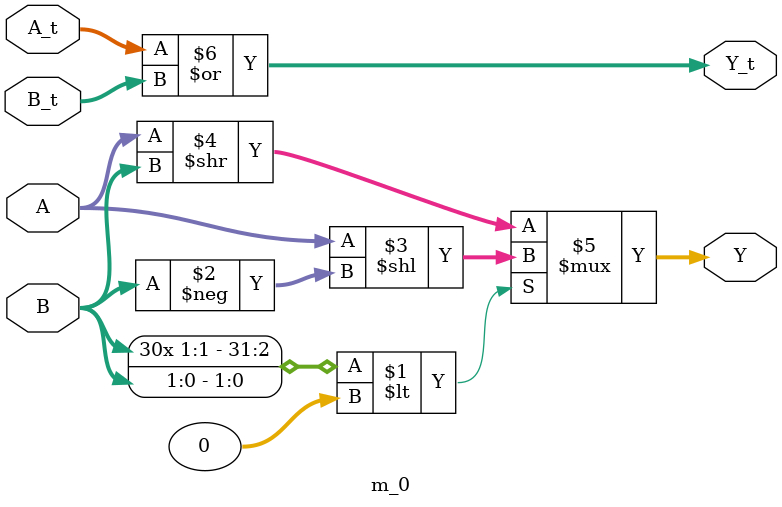
<source format=v>
/* Generated by Yosys 0.20 (git sha1 4fcb95ed087, clang  -fPIC -Os) */

(* dynports =  1  *)
(* cells_not_processed =  1  *)
(* src = "shift.v:1.1-29.10" *)
module m_0(A,A_t, B,B_t, Y,Y_t);
  (* src = "shift.v:24.28-24.34" *)
  wire [1:0] _0_;
  (* src = "shift.v:9.25-9.26" *)
  input [1:0] A;
  wire [1:0] A;
  (* src = "shift.v:10.25-10.26" *)
  input [1:0] B;
  wire [1:0] B;
  (* src = "shift.v:11.26-11.27" *)
  output [1:0] Y;
  wire [1:0] Y;
  
  input wire [31:0] A_t;
  input wire [31:0] B_t;
  output wire [31:0] Y_t;
  assign Y = $signed(B) < 0 ? A << - B : A >> B;
  assign _0_[1] = Y[1];
  assign _0_[0] = Y[0];
  assign Y_t = A_t | B_t;
endmodule

</source>
